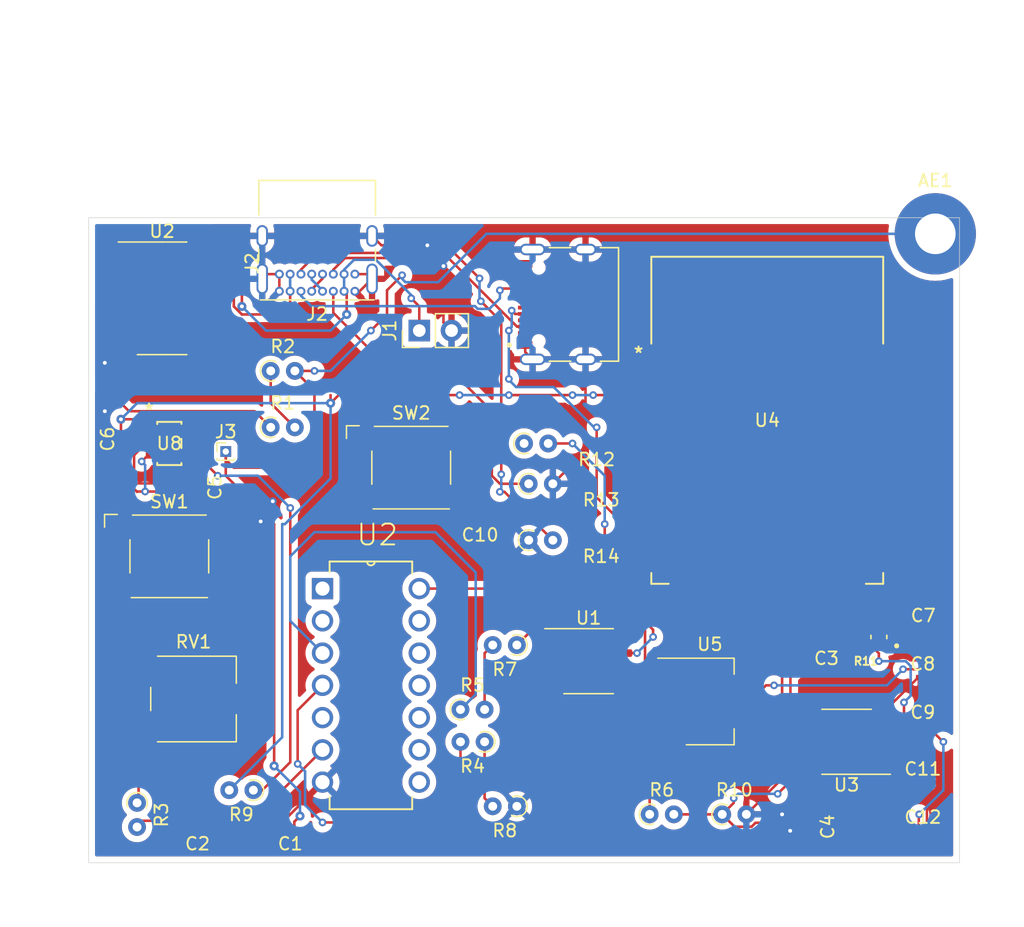
<source format=kicad_pcb>
(kicad_pcb (version 20221018) (generator pcbnew)
  (layers (0 "F.Cu" signal) (31 "B.Cu" signal) (34 "B.Paste" user) (35 "F.Paste" user) (36 "B.SilkS" user "B.Silkscreen") (37 "F.SilkS" user "F.Silkscreen") (38 "B.Mask" user) (39 "F.Mask" user) (44 "Edge.Cuts" user))
  (net 0 "")
  (net 1 "Net-(AE1-A)")
  (net 2 "GND")
  (net 3 "Net-(C2-Pad1)")
  (net 4 "Net-(U3-+)")
  (net 5 "Net-(C3-Pad2)")
  (net 6 "Net-(R1-Pad1)")
  (net 7 "Net-(R1-Pad2)")
  (net 8 "Net-(R3-Pad1)")
  (net 9 "Net-(U8-EN)")
  (net 10 "Net-(U4-3V3)")
  (net 12 "Net-(R6-Pad1)")
  (net 14 "Net-(J2-DN2)")
  (net 16 "unconnected-(J2-SBU2-PadB8)")
  (net 18 "Net-(J2-DP2)")
  (net 19 "unconnected-(J2-SBU1-PadA8)")
  (net 21 "Net-(U1-+)")
  (net 22 "Net-(R4-Pad2)")
  (net 23 "Net-(U1--)")
  (net 24 "Net-(U8-PG)")
  (net 28 "Net-(U2-Pad1)")
  (net 29 "Net-(U2-Pad5)")
  (net 31 "Net-(U3--)")
  (net 39 "+5V")
  (net 79 "Net-(J3-Pin_1)")
  (net 80 "Net-(U4-EN)")
  (net 81 "+3.3V")
  (net 82 "Net-(U4-GPIO0)")
  (net 83 "Net-(J2-CC1)")
  (net 84 "/D+")
  (net 85 "/D-")
  (net 86 "Net-(J2-CC2)")
  (footprint "Capacitor_SMD:C_0201_0603Metric" (layer "F.Cu") (at 99.695 101.255 -90)
    (fp_text reference "C5")
    (fp_text value "1uF")
  )
  (footprint "Capacitor_SMD:C_0201_0603Metric" (layer "F.Cu") (at 156.5 128.27)
    (fp_text reference "C12")
    (fp_text value "10uF")
  )
  (footprint "Capacitor_SMD:C_0201_0603Metric" (layer "F.Cu") (at 156.5 116.205)
    (fp_text reference "C8")
    (fp_text value "1uF")
  )
  (footprint "Resistor_THT:R_Axial_DIN0204_L3.6mm_D1.6mm_P1.90mm_Vertical" (layer "F.Cu") (at 124.525 126.365 180)
    (fp_text reference "R8")
    (fp_text value "10k")
  )
  (footprint "Capacitor_SMD:C_0201_0603Metric" (layer "F.Cu") (at 99.375 128.27 180)
    (fp_text reference "C2")
    (fp_text value "100pF")
  )
  (footprint "Resistor_THT:R_Axial_DIN0204_L3.6mm_D1.6mm_P1.90mm_Vertical" (layer "F.Cu") (at 120.085 118.745)
    (fp_text reference "R5")
    (fp_text value "10k")
  )
  (footprint "Capacitor_SMD:C_0201_0603Metric" (layer "F.Cu") (at 148.91 113.665 180)
    (fp_text reference "C3")
    (fp_text value "4.7uF")
  )
  (footprint "Connector_PinHeader_1.00mm:PinHeader_1x01_P1.00mm_Vertical" (layer "F.Cu") (at 101.6 98.425)
    (fp_text reference "J3")
    (fp_text value "Conn_01x01_Pin")
  )
  (footprint "Capacitor_SMD:C_0201_0603Metric" (layer "F.Cu") (at 106.68 128.27 180)
    (fp_text reference "C1")
    (fp_text value "100pF")
  )
  (footprint "Resistor_THT:R_Axial_DIN0204_L3.6mm_D1.6mm_P1.90mm_Vertical" (layer "F.Cu") (at 134.985 127)
    (fp_text reference "R6")
    (fp_text value "6.8k")
  )
  (footprint "HEF4093BP_652:DIP254P762X420-14" (layer "F.Cu") (at 116.84 124.46)
    (fp_text reference "U2")
    (fp_text value "HEF4093B")
  )
  (footprint "Potentiometer_SMD:Potentiometer_ACP_CA6-VSMD_Vertical" (layer "F.Cu") (at 99.06 117.915)
    (fp_text reference "RV1")
    (fp_text value "10k")
  )
  (footprint "MountingHole:MountingHole_3.2mm_M3_Pad" (layer "F.Cu") (at 157.48 81.28)
    (fp_text reference "AE1")
    (fp_text value "Antenna")
  )
  (footprint "Resistor_THT:R_Axial_DIN0204_L3.6mm_D1.6mm_P1.90mm_Vertical" (layer "F.Cu") (at 125.46 100.965)
    (fp_text reference "R13")
    (fp_text value "5.1 k")
  )
  (footprint "Resistor_THT:R_Axial_DIN0204_L3.6mm_D1.6mm_P1.90mm_Vertical" (layer "F.Cu") (at 140.7 127)
    (fp_text reference "R10")
    (fp_text value "R_Trim")
  )
  (footprint "Connector_PinHeader_2.54mm:PinHeader_1x02_P2.54mm_Vertical" (layer "F.Cu") (at 116.84 88.9 90)
    (fp_text reference "J1")
    (fp_text value "Conn_01x02_Pin")
  )
  (footprint "Resistor_THT:R_Axial_DIN0204_L3.6mm_D1.6mm_P1.90mm_Vertical" (layer "F.Cu") (at 103.775 125.095 180)
    (fp_text reference "R9")
    (fp_text value "100k")
  )
  (footprint "Capacitor_SMD:C_0201_0603Metric" (layer "F.Cu") (at 156.5 124.475)
    (fp_text reference "C11")
    (fp_text value "100nF")
  )
  (footprint "Package_SO:SOIC-8_3.9x4.9mm_P1.27mm" (layer "F.Cu") (at 130.175 114.935)
    (fp_text reference "U1")
    (fp_text value "AD8001AR")
  )
  (footprint "Resistor_THT:R_Axial_DIN0204_L3.6mm_D1.6mm_P1.90mm_Vertical" (layer "F.Cu") (at 121.985 121.285 180)
    (fp_text reference "R4")
    (fp_text value "10k")
  )
  (footprint "Button_Switch_SMD:SW_SPST_Omron_B3FS-100xP" (layer "F.Cu") (at 116.205 99.695)
    (fp_text reference "SW2")
    (fp_text value "Boot")
  )
  (footprint "Resistor_THT:R_Axial_DIN0204_L3.6mm_D1.6mm_P1.90mm_Vertical" (layer "F.Cu") (at 94.615 126.095 -90)
    (fp_text reference "R3")
    (fp_text value "10k")
  )
  (footprint "Connector_USB:USB_C_Receptacle_GCT_USB4085" (layer "F.Cu") (at 111.77 85.805 180)
    (fp_text reference "J2")
    (fp_text value "USB_C_Receptacle_USB2.0")
  )
  (footprint "Capacitor_SMD:C_0201_0603Metric" (layer "F.Cu") (at 156.53 112.395)
    (fp_text reference "C7")
    (fp_text value ".1uF")
  )
  (footprint "Capacitor_SMD:C_0201_0603Metric" (layer "F.Cu") (at 156.5 120.015)
    (fp_text reference "C9")
    (fp_text value ".1uF")
  )
  (footprint "Package_SO:SOIC-8_3.9x4.9mm_P1.27mm" (layer "F.Cu") (at 150.495 121.285 180)
    (fp_text reference "U3")
    (fp_text value "AD8001AR")
  )
  (footprint "Resistor_THT:R_Axial_DIN0204_L3.6mm_D1.6mm_P1.90mm_Vertical" (layer "F.Cu") (at 105.14 92.075)
    (fp_text reference "R2")
    (fp_text value "5.1k")
  )
  (footprint "Capacitor_SMD:C_0201_0603Metric" (layer "F.Cu") (at 93.345 97.445 90)
    (fp_text reference "C6")
    (fp_text value "1uF")
  )
  (footprint "Resistor_THT:R_Axial_DIN0204_L3.6mm_D1.6mm_P1.90mm_Vertical" (layer "F.Cu") (at 105.14 96.52)
    (fp_text reference "R1")
    (fp_text value "10k")
  )
  (footprint "Button_Switch_SMD:SW_SPST_Omron_B3FS-100xP" (layer "F.Cu") (at 97.155 106.68)
    (fp_text reference "SW1")
    (fp_text value "Reset")
  )
  (footprint "Package_SO:SOIC-14_3.9x8.7mm_P1.27mm" (layer "F.Cu") (at 96.585 86.36)
    (fp_text reference "U2")
    (fp_text value "HEF4093B")
  )
  (footprint "Resistor_THT:R_Axial_DIN0204_L3.6mm_D1.6mm_P1.90mm_Vertical" (layer "F.Cu") (at 125.095 97.79)
    (fp_text reference "R12")
    (fp_text value "10k")
  )
  (footprint "Resistor_THT:R_Axial_DIN0204_L3.6mm_D1.6mm_P1.90mm_Vertical" (layer "F.Cu") (at 124.525 113.665 180)
    (fp_text reference "R7")
    (fp_text value "10k")
  )
  (footprint "esp32:MOD41_ESP32-S2-SOLO_EXP" (layer "F.Cu") (at 144.245 95.965)
    (fp_text reference "U4")
    (fp_text value "ESP32-S2-SOLO-N4R2")
  )
  (footprint "Capacitor_SMD:C_0201_0603Metric" (layer "F.Cu") (at 121.63 106.045)
    (fp_text reference "C10")
    (fp_text value ".1uF")
  )
  (footprint "RM2012A-502_104-PBVW10:RESCAXE_RM2012-4N" (layer "F.Cu") (at 153.035 113.03 180)
    (fp_text reference "R11")
    (fp_text value "RM2012A-502_104-PBVW10")
  )
  (footprint "Capacitor_SMD:C_0201_0603Metric" (layer "F.Cu") (at 147.955 127.98 -90)
    (fp_text reference "C4")
    (fp_text value "C")
  )
  (footprint "NCP:FP-NCP164CSN330T1G_OSI" (layer "F.Cu") (at 97.155 97.79)
    (fp_text reference "U8")
    (fp_text value "NCP164CSN330T1G")
  )
  (footprint "TYPE-C-31-M-12:HRO_TYPE-C-31-M-12" (layer "F.Cu") (at 129.9325 86.84 90)
    (fp_text reference "J2")
    (fp_text value "TYPE-C-31-M-12")
  )
  (footprint "Resistor_THT:R_Axial_DIN0204_L3.6mm_D1.6mm_P1.90mm_Vertical" (layer "F.Cu") (at 125.46 105.41)
    (fp_text reference "R14")
    (fp_text value "5.1 k")
  )
  (footprint "Package_TO_SOT_SMD:SOT-223-3_TabPin2" (layer "F.Cu") (at 139.725 118.11)
    (fp_text reference "U5")
    (fp_text value "LD1117S33TR_SOT223")
  )
  (gr_line (start 91.44 130.81) (end 159.385 130.81) (stroke (width 0.05)) (layer "Edge.Cuts"))
  (gr_line (start 90.805 80.01) (end 90.805 102.235) (stroke (width 0.05)) (layer "Edge.Cuts"))
  (gr_line (start 90.805 102.235) (end 90.805 127) (stroke (width 0.05)) (layer "Edge.Cuts"))
  (gr_line (start 159.385 130.81) (end 159.385 80.01) (stroke (width 0.05)) (layer "Edge.Cuts"))
  (gr_line (start 90.805 127) (end 90.805 130.81) (stroke (width 0.05)) (layer "Edge.Cuts"))
  (gr_line (start 159.385 80.01) (end 90.805 80.01) (stroke (width 0.05)) (layer "Edge.Cuts"))
  (gr_line (start 91.44 130.81) (end 90.805 130.81) (stroke (width 0.05)) (layer "Edge.Cuts"))
  (segment (start 114.3 87.63) (end 113.03 88.9) (width 0.2) (layer "F.Cu") (net 1))
  (segment (start 107 128.27) (end 107 127.57732) (width 0.2032) (layer "F.Cu") (net 1))
  (segment (start 101.6 99.06) (end 101.6 98.425) (width 0.2032) (layer "F.Cu") (net 1))
  (segment (start 108.585 92.075) (end 107.04 92.075) (width 0.2) (layer "F.Cu") (net 1))
  (segment (start 102.235 99.695) (end 101.6 99.06) (width 0.2032) (layer "F.Cu") (net 1))
  (segment (start 107.04 92.075) (end 108.585 93.62) (width 0.2032) (layer "F.Cu") (net 1))
  (segment (start 114.3 85.725) (end 114.3 87.63) (width 0.2) (layer "F.Cu") (net 1))
  (segment (start 105.41 104.14) (end 101.6 100.33) (width 0.2032) (layer "F.Cu") (net 1))
  (segment (start 105.41 123.19) (end 105.41 104.14) (width 0.2032) (layer "F.Cu") (net 1))
  (segment (start 115.48724 84.53776) (end 114.3 85.725) (width 0.2) (layer "F.Cu") (net 1))
  (segment (start 107 127.57732) (end 107.44616 127.13116) (width 0.2032) (layer "F.Cu") (net 1))
  (segment (start 106.68 99.695) (end 102.235 99.695) (width 0.2032) (layer "F.Cu") (net 1))
  (segment (start 101.6 100.33) (end 101.6 98.425) (width 0.2032) (layer "F.Cu") (net 1))
  (segment (start 108.585 93.62) (end 108.585 97.79) (width 0.2032) (layer "F.Cu") (net 1))
  (segment (start 108.585 97.79) (end 106.68 99.695) (width 0.2032) (layer "F.Cu") (net 1))
  (via (at 113.03 88.9) (size 0.6) (drill 0.3) (layers "F.Cu" "B.Cu") (net 1))
  (via (at 108.585 92.075) (size 0.6) (drill 0.3) (layers "F.Cu" "B.Cu") (net 1))
  (via (at 105.41 123.19) (size 0.7112) (drill 0.3048) (layers "F.Cu" "B.Cu") (net 1))
  (via (at 107.44616 127.13116) (size 0.7112) (drill 0.3048) (layers "F.Cu" "B.Cu") (net 1))
  (via (at 115.48724 84.53776) (size 0.6) (drill 0.3) (layers "F.Cu" "B.Cu") (net 1))
  (segment (start 115.48724 84.819896) (end 115.48724 84.53776) (width 0.2) (layer "B.Cu") (net 1))
  (segment (start 107.44616 127.13116) (end 107.44616 125.22616) (width 0.2032) (layer "B.Cu") (net 1))
  (segment (start 107.44616 125.22616) (end 105.41 123.19) (width 0.2032) (layer "B.Cu") (net 1))
  (segment (start 109.855 92.075) (end 108.585 92.075) (width 0.2) (layer "B.Cu") (net 1))
  (segment (start 157.48 81.28) (end 122.133529 81.28) (width 0.2) (layer "B.Cu") (net 1))
  (segment (start 113.03 88.9) (end 109.855 92.075) (width 0.2) (layer "B.Cu") (net 1))
  (segment (start 118.323529 85.09) (end 115.757344 85.09) (width 0.2) (layer "B.Cu") (net 1))
  (segment (start 115.757344 85.09) (end 115.663672 84.996328) (width 0.2) (layer "B.Cu") (net 1))
  (segment (start 122.133529 81.28) (end 118.323529 85.09) (width 0.2) (layer "B.Cu") (net 1))
  (segment (start 115.663672 84.996328) (end 115.48724 84.819896) (width 0.2) (layer "B.Cu") (net 1))
  (segment (start 104.84 84.455) (end 104.47 84.825) (width 0.2) (layer "F.Cu") (net 2))
  (segment (start 93.155 97.955) (end 93.345 97.765) (width 0.2032) (layer "F.Cu") (net 2))
  (segment (start 156.18 120.015) (end 156.18 122.525) (width 0.2) (layer "F.Cu") (net 2))
  (segment (start 101.155 104.43) (end 101.155 104.33) (width 0.2) (layer "F.Cu") (net 2))
  (segment (start 93.155 104.43) (end 93.155 97.955) (width 0.2032) (layer "F.Cu") (net 2))
  (segment (start 137.16 113.03) (end 136.575 113.615) (width 0.2032) (layer "F.Cu") (net 2))
  (segment (start 106.36 127.32) (end 109.22 124.46) (width 0.2032) (layer "F.Cu") (net 2))
  (segment (start 92.075 91.44) (end 92.84 91.44) (width 0.2032) (layer "F.Cu") (net 2))
  (segment (start 105.938589 102.341411) (end 105.303589 102.341411) (width 0.2) (layer "F.Cu") (net 2))
  (segment (start 95.3008 97.79) (end 94.38 98.7108) (width 0.2) (layer "F.Cu") (net 2))
  (segment (start 124.525 126.365) (end 127.7 123.19) (width 0.2032) (layer "F.Cu") (net 2))
  (segment (start 120.205 101.945) (end 121.995 101.945) (width 0.2) (layer "F.Cu") (net 2))
  (segment (start 92.84 91.44) (end 94.11 90.17) (width 0.2032) (layer "F.Cu") (net 2))
  (segment (start 147.955 128.3) (end 146.0555 128.3) (width 0.2032) (layer "F.Cu") (net 2))
  (segment (start 156.82 128.27) (end 156.82 124.475) (width 0.2) (layer "F.Cu") (net 2))
  (segment (start 125.1825 90.585) (end 125.7625 91.165) (width 0.2) (layer "F.Cu") (net 2))
  (segment (start 113.8605 82.1855) (end 117.475 82.1855) (width 0.2) (layer "F.Cu") (net 2))
  (segment (start 156.82 123.215) (end 156.82 124.475) (width 0.2) (layer "F.Cu") (net 2))
  (segment (start 112.14 85.805) (end 113.12 84.825) (width 0.2) (layer "F.Cu") (net 2))
  (segment (start 142.6 127) (end 145.415 124.185) (width 0.2032) (layer "F.Cu") (net 2))
  (segment (start 106.36 128.27) (end 106.36 127.32) (width 0.2032) (layer "F.Cu") (net 2))
  (segment (start 99.055 128.27) (end 99.055 128.47) (width 0.2032) (layer "F.Cu") (net 2))
  (segment (start 101.155 104.33) (end 100.965 104.14) (width 0.2) (layer "F.Cu") (net 2))
  (segment (start 156.845 123.19) (end 156.82 123.215) (width 0.2) (layer "F.Cu") (net 2))
  (segment (start 129.9325 92.71) (end 129.9325 91.165) (width 0.2) (layer "F.Cu") (net 2))
  (segment (start 145.415 114.3) (end 144.145 113.03) (width 0.2032) (layer "F.Cu") (net 2))
  (segment (start 94.38 100.73) (end 94.585 100.935) (width 0.2) (layer "F.Cu") (net 2))
  (segment (start 105.82 84.455) (end 105.82 85.805) (width 0.2) (layer "F.Cu") (net 2))
  (segment (start 156.18 116.205) (end 156.18 120.015) (width 0.2) (layer "F.Cu") (net 2))
  (segment (start 103.85 104.43) (end 104.349957 103.930043) (width 0.2) (layer "F.Cu") (net 2))
  (segment (start 136.575 113.615) (end 136.575 115.81) (width 0.2032) (layer "F.Cu") (net 2))
  (segment (start 94.585 100.935) (end 99.695 100.935) (width 0.2) (layer "F.Cu") (net 2))
  (segment (start 127.36 100.965) (end 129.9325 98.3925) (width 0.2) (layer "F.Cu") (net 2))
  (segment (start 95.81515 97.79) (end 95.3008 97.79) (width 0.2) (layer "F.Cu") (net 2))
  (segment (start 93.155 104.43) (end 92.075 103.35) (width 0.2032) (layer "F.Cu") (net 2))
  (segment (start 153.6875 112.395) (end 153.6225 112.33) (width 0.2) (layer "F.Cu") (net 2))
  (segment (start 101.155 104.43) (end 103.85 104.43) (width 0.2) (layer "F.Cu") (net 2))
  (segment (start 118.745 88.265) (end 119.38 88.9) (width 0.2) (layer "F.Cu") (net 2))
  (segment (start 127.7 123.19) (end 127.7 116.84) (width 0.2032) (layer "F.Cu") (net 2))
  (segment (start 99.055 128.47) (end 99.3344 128.7494) (width 0.2032) (layer "F.Cu") (net 2))
  (segment (start 92.075 103.35) (end 92.075 95.25) (width 0.2032) (layer "F.Cu") (net 2))
  (segment (start 94.38 98.7108) (end 94.38 100.73) (width 0.2) (layer "F.Cu") (net 2))
  (segment (start 93.345 104.24) (end 93.155 104.43) (width 0.2032) (layer "F.Cu") (net 2))
  (segment (start 111.77 84.455) (end 112.75 84.455) (width 0.2) (layer "F.Cu") (net 2))
  (segment (start 135.495 90.705) (end 134.72 90.705) (width 0.2) (layer "F.Cu") (net 2))
  (segment (start 146.0555 128.3) (end 146.05 128.2945) (width 0.2032) (layer "F.Cu") (net 2))
  (segment (start 99.3344 128.7494) (end 105.8806 128.7494) (width 0.2032) (layer "F.Cu") (net 2))
  (segment (start 105.8806 128.7494) (end 106.36 128.27) (width 0.2032) (layer "F.Cu") (net 2))
  (segment (start 145.415 127) (end 142.6 127) (width 0.2032) (layer "F.Cu") (net 2))
  (segment (start 118.745 83.82) (end 118.745 88.265) (width 0.2) (layer "F.Cu") (net 2))
  (segment (start 129.9325 98.3925) (end 129.9325 92.71) (width 0.2) (layer "F.Cu") (net 2))
  (segment (start 112.205 101.945) (end 106.335 101.945) (width 0.2) (layer "F.Cu") (net 2))
  (segment (start 111.77 85.805) (end 112.14 85.805) (width 0.2) (layer "F.Cu") (net 2))
  (segment (start 156.145 116.205) (end 152.97 119.38) (width 0.2) (layer "F.Cu") (net 2))
  (segment (start 112.75 84.455) (end 113.12 84.825) (width 0.2) (layer "F.Cu") (net 2))
  (segment (start 156.18 122.525) (end 156.845 123.19) (width 0.2) (layer "F.Cu") (net 2))
  (segment (start 156.21 112.395) (end 153.6875 112.395) (width 0.2) (layer "F.Cu") (net 2))
  (segment (start 106.335 101.945) (end 105.938589 102.341411) (width 0.2) (layer "F.Cu") (net 2))
  (segment (start 144.145 113.03) (end 137.16 113.03) (width 0.2032) (layer "F.Cu") (net 2))
  (segment (start 134.72 90.705) (end 132.715 92.71) (width 0.2) (layer "F.Cu") (net 2))
  (segment (start 105.82 84.455) (end 104.84 84.455) (width 0.2) (layer "F.Cu") (net 2))
  (segment (start 113.12 81.445) (end 113.8605 82.1855) (width 0.2) (layer "F.Cu") (net 2))
  (segment (start 125.1825 90.04) (end 125.1825 90.585) (width 0.2) (layer "F.Cu") (net 2))
  (segment (start 156.18 116.205) (end 156.145 116.205) (width 0.2) (layer "F.Cu") (net 2))
  (segment (start 121.995 101.945) (end 125.46 105.41) (width 0.2) (layer "F.Cu") (net 2))
  (segment (start 132.715 92.71) (end 129.9325 92.71) (width 0.2) (layer "F.Cu") (net 2))
  (segment (start 145.415 124.185) (end 145.415 114.3) (width 0.2032) (layer "F.Cu") (net 2))
  (via (at 118.745 83.82) (size 0.6) (drill 0.3) (layers "F.Cu" "B.Cu") (net 2))
  (via (at 117.475 82.1855) (size 0.6) (drill 0.3) (layers "F.Cu" "B.Cu") (net 2))
  (via (at 92.075 95.25) (size 0.7112) (drill 0.3048) (layers "F.Cu" "B.Cu") (net 2))
  (via (at 92.075 91.44) (size 0.7112) (drill 0.3048) (layers "F.Cu" "B.Cu") (net 2))
  (via (at 105.303589 102.341411) (size 0.6) (drill 0.3) (layers "F.Cu" "B.Cu") (net 2))
  (via (at 146.05 128.2945) (size 0.7112) (drill 0.3048) (layers "F.Cu" "B.Cu") (net 2))
  (via (at 145.415 127) (size 0.7112) (drill 0.3048) (layers "F.Cu" "B.Cu") (net 2))
  (via (at 104.349957 103.930043) (size 0.6) (drill 0.3) (layers "F.Cu" "B.Cu") (net 2))
  (segment (start 105.303589 102.341411) (end 105.303589 102.976411) (width 0.2) (layer "B.Cu") (net 2))
  (segment (start 105.303589 102.976411) (end 104.349957 103.930043) (width 0.2) (layer "B.Cu") (net 2))
  (segment (start 117.475 82.1855) (end 117.475 83.185) (width 0.2) (layer "B.Cu") (net 2))
  (segment (start 92.075 95.25) (end 92.075 91.44) (width 0.2032) (layer "B.Cu") (net 2))
  (segment (start 125.7625 91.165) (end 129.9325 91.165) (width 0.2) (layer "B.Cu") (net 2))
  (segment (start 146.05 127.635) (end 145.415 127) (width 0.2032) (layer "B.Cu") (net 2))
  (segment (start 146.05 128.2945) (end 146.05 127.635) (width 0.2032) (layer "B.Cu") (net 2))
  (segment (start 118.11 83.82) (end 118.745 83.82) (width 0.2) (layer "B.Cu") (net 2))
  (segment (start 117.475 83.185) (end 118.11 83.82) (width 0.2) (layer "B.Cu") (net 2))
  (segment (start 95.107264 127.502736) (end 99.127736 127.502736) (width 0.2032) (layer "F.Cu") (net 3))
  (segment (start 94.615 127.995) (end 95.107264 127.502736) (width 0.2032) (layer "F.Cu") (net 3))
  (segment (start 99.695 128.07) (end 99.695 128.27) (width 0.2032) (layer "F.Cu") (net 3))
  (segment (start 99.127736 127.502736) (end 99.695 128.07) (width 0.2032) (layer "F.Cu") (net 3))
  (segment (start 99.695 128.27) (end 102.87 128.27) (width 0.2032) (layer "F.Cu") (net 3))
  (segment (start 102.87 128.27) (end 109.22 121.92) (width 0.2032) (layer "F.Cu") (net 3))
  (segment (start 148.02 120.65) (end 152.97 120.65) (width 0.2) (layer "F.Cu") (net 4))
  (segment (start 143.323276 127.66) (end 143.00898 127.974296) (width 0.2032) (layer "F.Cu") (net 5))
  (segment (start 146.0706 116.1844) (end 146.0706 124.379484) (width 0.2) (layer "F.Cu") (net 5))
  (segment (start 141.674296 127.974296) (end 140.7 127) (width 0.2032) (layer "F.Cu") (net 5))
  (segment (start 140.7 127) (end 136.885 127) (width 0.2032) (layer "F.Cu") (net 5))
  (segment (start 147.955 127.66) (end 143.323276 127.66) (width 0.2032) (layer "F.Cu") (net 5))
  (segment (start 141.605 126.095) (end 140.7 127) (width 0.2) (layer "F.Cu") (net 5))
  (segment (start 141.605 125.73) (end 141.605 126.095) (width 0.2) (layer "F.Cu") (net 5))
  (segment (start 148.59 113.665) (end 146.0706 116.1844) (width 0.2) (layer "F.Cu") (net 5))
  (segment (start 143.00898 127.974296) (end 141.674296 127.974296) (width 0.2032) (layer "F.Cu") (net 5))
  (segment (start 146.0706 124.379484) (end 145.067542 125.382542) (width 0.2) (layer "F.Cu") (net 5))
  (via (at 141.605 125.73) (size 0.6) (drill 0.3) (layers "F.Cu" "B.Cu") (net 5))
  (via (at 145.067542 125.382542) (size 0.6) (drill 0.3) (layers "F.Cu" "B.Cu") (net 5))
  (segment (start 145.067542 125.382542) (end 141.952458 125.382542) (width 0.2) (layer "B.Cu") (net 5))
  (segment (start 141.952458 125.382542) (end 141.605 125.73) (width 0.2) (layer "B.Cu") (net 5))
  (segment (start 93.98 95.25) (end 91.44 92.71) (width 0.2032) (layer "F.Cu") (net 6))
  (segment (start 91.44 86.785) (end 93.135 85.09) (width 0.2032) (layer "F.Cu") (net 6))
  (segment (start 93.135 85.09) (end 94.11 85.09) (width 0.2032) (layer "F.Cu") (net 6))
  (segment (start 91.44 92.71) (end 91.44 86.785) (width 0.2032) (layer "F.Cu") (net 6))
  (segment (start 103.87 95.25) (end 93.98 95.25) (width 0.2032) (layer "F.Cu") (net 6))
  (segment (start 105.14 96.52) (end 103.87 95.25) (width 0.2032) (layer "F.Cu") (net 6))
  (segment (start 118.11 104.775) (end 121.285 107.95) (width 0.2) (layer "B.Cu") (net 6))
  (segment (start 121.285 107.95) (end 121.285 117.545) (width 0.2) (layer "B.Cu") (net 6))
  (segment (start 106.68 106.68) (end 108.585 104.775) (width 0.2) (layer "B.Cu") (net 6))
  (segment (start 121.285 117.545) (end 120.085 118.745) (width 0.2) (layer "B.Cu") (net 6))
  (segment (start 108.585 104.775) (end 118.11 104.775) (width 0.2) (layer "B.Cu") (net 6))
  (segment (start 109.22 114.3) (end 106.68 111.76) (width 0.2) (layer "B.Cu") (net 6))
  (segment (start 106.68 111.76) (end 106.68 106.68) (width 0.2) (layer "B.Cu") (net 6))
  (segment (start 107.04 96.52) (end 105.14 94.62) (width 0.2032) (layer "F.Cu") (net 7))
  (segment (start 105.14 94.62) (end 105.14 92.075) (width 0.2032) (layer "F.Cu") (net 7))
  (segment (start 94.735 120.065) (end 94.735 125.975) (width 0.2032) (layer "F.Cu") (net 8))
  (segment (start 94.735 125.975) (end 94.615 126.095) (width 0.2032) (layer "F.Cu") (net 8))
  (segment (start 95.81515 98.7298) (end 95.457864 98.7298) (width 0.2) (layer "F.Cu") (net 9))
  (segment (start 94.615 101.6) (end 94.64 101.575) (width 0.2) (layer "F.Cu") (net 9))
  (segment (start 95.81515 96.8502) (end 95.3008 96.8502) (width 0.2) (layer "F.Cu") (net 9))
  (segment (start 93.98 98.171) (end 93.98 100.965) (width 0.2) (layer "F.Cu") (net 9))
  (segment (start 93.98 100.965) (end 94.615 101.6) (width 0.2) (layer "F.Cu") (net 9))
  (segment (start 95.457864 98.7298) (end 94.9795 99.208164) (width 0.2) (layer "F.Cu") (net 9))
  (segment (start 94.64 101.575) (end 95.25 101.575) (width 0.2) (layer "F.Cu") (net 9))
  (segment (start 95.3008 96.8502) (end 93.98 98.171) (width 0.2) (layer "F.Cu") (net 9))
  (segment (start 95.25 101.575) (end 99.695 101.575) (width 0.2) (layer "F.Cu") (net 9))
  (via (at 94.9795 99.208164) (size 0.6) (drill 0.3) (layers "F.Cu" "B.Cu") (net 9))
  (via (at 95.25 101.575) (size 0.6) (drill 0.3) (layers "F.Cu" "B.Cu") (net 9))
  (segment (start 95.25 99.478664) (end 95.25 101.575) (width 0.2) (layer "B.Cu") (net 9))
  (segment (start 94.9795 99.208164) (end 95.25 99.478664) (width 0.2) (layer "B.Cu") (net 9))
  (segment (start 132.7407 93.98) (end 130.532 93.98) (width 0.2) (layer "F.Cu") (net 10))
  (segment (start 98.49485 96.8375) (end 97.54235 95.885) (width 0.2) (layer "F.Cu") (net 10))
  (segment (start 97.54235 95.885) (end 93.345 95.885) (width 0.2) (layer "F.Cu") (net 10))
  (segment (start 128.905 93.98) (end 123.895911 93.98) (width 0.2) (layer "F.Cu") (net 10))
  (segment (start 134.7457 91.975) (end 132.7407 93.98) (width 0.2) (layer "F.Cu") (net 10))
  (segment (start 135.495 91.975) (end 134.7457 91.975) (width 0.2) (layer "F.Cu") (net 10))
  (segment (start 109.855 93.98) (end 109.855 94.615) (width 0.2032) (layer "F.Cu") (net 10))
  (segment (start 93.345 97.125) (end 93.345 95.885) (width 0.2032) (layer "F.Cu") (net 10))
  (segment (start 120.015 93.98) (end 110.49 93.98) (width 0.2) (layer "F.Cu") (net 10))
  (segment (start 110.49 93.98) (end 109.855 94.615) (width 0.2) (layer "F.Cu") (net 10))
  (via (at 120.015 93.98) (size 0.6) (drill 0.3) (layers "F.Cu" "B.Cu") (net 10))
  (via (at 123.895911 93.98) (size 0.6) (drill 0.3) (layers "F.Cu" "B.Cu") (net 10))
  (via (at 93.345 95.885) (size 0.7112) (drill 0.3048) (layers "F.Cu" "B.Cu") (net 10))
  (via (at 109.855 94.615) (size 0.7112) (drill 0.3048) (layers "F.Cu" "B.Cu") (net 10))
  (via (at 130.532 93.98) (size 0.6) (drill 0.3) (layers "F.Cu" "B.Cu") (net 10))
  (via (at 128.905 93.98) (size 0.6) (drill 0.3) (layers "F.Cu" "B.Cu") (net 10))
  (segment (start 109.855 100.543529) (end 109.855 94.615) (width 0.2) (layer "B.Cu") (net 10))
  (segment (start 106.045 104.14) (end 106.258529 104.14) (width 0.2) (layer "B.Cu") (net 10))
  (segment (start 106.045 120.925) (end 106.045 104.14) (width 0.2) (layer "B.Cu") (net 10))
  (segment (start 123.895911 93.98) (end 120.015 93.98) (width 0.2) (layer "B.Cu") (net 10))
  (segment (start 94.615 94.615) (end 93.345 95.885) (width 0.2032) (layer "B.Cu") (net 10))
  (segment (start 106.258529 104.14) (end 109.855 100.543529) (width 0.2) (layer "B.Cu") (net 10))
  (segment (start 109.855 94.615) (end 94.615 94.615) (width 0.2032) (layer "B.Cu") (net 10))
  (segment (start 101.875 125.095) (end 106.045 120.925) (width 0.2) (layer "B.Cu") (net 10))
  (segment (start 130.532 93.98) (end 128.905 93.98) (width 0.2) (layer "B.Cu") (net 10))
  (segment (start 134.62 112.395) (end 134.62 117.227736) (width 0.2032) (layer "F.Cu") (net 12))
  (segment (start 126.43 111.76) (end 133.985 111.76) (width 0.2032) (layer "F.Cu") (net 12))
  (segment (start 133.985 111.76) (end 134.62 112.395) (width 0.2032) (layer "F.Cu") (net 12))
  (segment (start 132.962264 115.57) (end 132.65 115.57) (width 0.2032) (layer "F.Cu") (net 12))
  (segment (start 134.985 127) (end 134.985 117.592736) (width 0.2032) (layer "F.Cu") (net 12))
  (segment (start 126.43 111.76) (end 124.525 113.665) (width 0.2032) (layer "F.Cu") (net 12))
  (segment (start 134.985 117.592736) (end 134.743632 117.351368) (width 0.2032) (layer "F.Cu") (net 12))
  (segment (start 134.743632 117.351368) (end 132.962264 115.57) (width 0.2032) (layer "F.Cu") (net 12))
  (segment (start 134.62 117.227736) (end 134.743632 117.351368) (width 0.2032) (layer "F.Cu") (net 12))
  (segment (start 135.495 105.945) (end 134.72 105.945) (width 0.2) (layer "F.Cu") (net 14))
  (segment (start 124.385367 87.59) (end 124.120268 87.324901) (width 0.2) (layer "F.Cu") (net 14))
  (segment (start 130.81 102.035) (end 130.81 96.52) (width 0.2) (layer "F.Cu") (net 14))
  (segment (start 134.72 105.945) (end 130.81 102.035) (width 0.2) (layer "F.Cu") (net 14))
  (segment (start 125.1825 87.59) (end 124.385367 87.59) (width 0.2) (layer "F.Cu") (net 14))
  (via (at 123.895911 88.9) (size 0.6) (drill 0.3) (layers "F.Cu" "B.Cu") (net 14))
  (via (at 123.895911 92.71) (size 0.6) (drill 0.3) (layers "F.Cu" "B.Cu") (net 14))
  (via (at 124.120268 87.324901) (size 0.6) (drill 0.3) (layers "F.Cu" "B.Cu") (net 14))
  (via (at 130.81 96.52) (size 0.6) (drill 0.3) (layers "F.Cu" "B.Cu") (net 14))
  (segment (start 127.421471 93.345) (end 124.46 93.345) (width 0.2) (layer "B.Cu") (net 14))
  (segment (start 123.825 88.9) (end 123.895911 88.9) (width 0.2) (layer "B.Cu") (net 14))
  (segment (start 123.825 92.71) (end 123.895911 92.71) (width 0.2) (layer "B.Cu") (net 14))
  (segment (start 130.596471 96.52) (end 127.421471 93.345) (width 0.2) (layer "B.Cu") (net 14))
  (segment (start 130.81 96.52) (end 130.596471 96.52) (width 0.2) (layer "B.Cu") (net 14))
  (segment (start 124.120268 87.324901) (end 124.120268 88.604732) (width 0.2) (layer "B.Cu") (net 14))
  (segment (start 124.120268 88.604732) (end 123.825 88.9) (width 0.2) (layer "B.Cu") (net 14))
  (segment (start 123.895911 88.9) (end 123.895911 92.71) (width 0.2) (layer "B.Cu") (net 14))
  (segment (start 124.46 93.345) (end 123.825 92.71) (width 0.2) (layer "B.Cu") (net 14))
  (segment (start 119.133236 83.185) (end 124.538236 88.59) (width 0.2) (layer "F.Cu") (net 16))
  (segment (start 110.07 84.455) (end 110.07 84.105) (width 0.2) (layer "F.Cu") (net 16))
  (segment (start 110.07 84.105) (end 110.99 83.185) (width 0.2) (layer "F.Cu") (net 16))
  (segment (start 124.538236 88.59) (end 125.1825 88.59) (width 0.2) (layer "F.Cu") (net 16))
  (segment (start 110.99 83.185) (end 119.133236 83.185) (width 0.2) (layer "F.Cu") (net 16))
  (segment (start 123.19 85.725) (end 123.325 85.59) (width 0.2) (layer "F.Cu") (net 19))
  (segment (start 123.325 85.59) (end 125.1825 85.59) (width 0.2) (layer "F.Cu") (net 19))
  (via (at 123.19 85.725) (size 0.6) (drill 0.3) (layers "F.Cu" "B.Cu") (net 19))
  (segment (start 107.52 86.155) (end 108.3394 86.9744) (width 0.2) (layer "B.Cu") (net 19))
  (segment (start 123.19 86.36) (end 123.19 85.725) (width 0.2) (layer "B.Cu") (net 19))
  (segment (start 121.226285 86.9744) (end 121.441678 87.189793) (width 0.2) (layer "B.Cu") (net 19))
  (segment (start 108.3394 86.9744) (end 121.226285 86.9744) (width 0.2) (layer "B.Cu") (net 19))
  (segment (start 122.360207 87.189793) (end 123.19 86.36) (width 0.2) (layer "B.Cu") (net 19))
  (segment (start 107.52 85.805) (end 107.52 86.155) (width 0.2) (layer "B.Cu") (net 19))
  (segment (start 121.441678 87.189793) (end 122.360207 87.189793) (width 0.2) (layer "B.Cu") (net 19))
  (segment (start 122.625 126.365) (end 121.985 125.725) (width 0.2032) (layer "F.Cu") (net 21))
  (segment (start 121.985 125.725) (end 121.985 121.285) (width 0.2032) (layer "F.Cu") (net 21))
  (segment (start 103.385 114.42) (end 103.385 117.915) (width 0.2032) (layer "F.Cu") (net 22))
  (segment (start 109.22 116.84) (end 107.263208 118.796792) (width 0.2) (layer "F.Cu") (net 22))
  (segment (start 103.505 114.3) (end 103.385 114.42) (width 0.2032) (layer "F.Cu") (net 22))
  (segment (start 107.263208 118.796792) (end 107.263208 123.026707) (width 0.2) (layer "F.Cu") (net 22))
  (segment (start 102.87 113.665) (end 103.505 114.3) (width 0.2032) (layer "F.Cu") (net 22))
  (segment (start 94.735 115.765) (end 94.735 114.18) (width 0.2032) (layer "F.Cu") (net 22))
  (segment (start 120.015 127) (end 119.38 127.635) (width 0.2) (layer "F.Cu") (net 22))
  (segment (start 120.085 123.12) (end 120.015 123.19) (width 0.2) (layer "F.Cu") (net 22))
  (segment (start 95.25 113.665) (end 102.87 113.665) (width 0.2032) (layer "F.Cu") (net 22))
  (segment (start 119.38 127.635) (end 109.22 127.635) (width 0.2) (layer "F.Cu") (net 22))
  (segment (start 120.085 121.285) (end 120.085 123.12) (width 0.2) (layer "F.Cu") (net 22))
  (segment (start 120.015 123.19) (end 120.015 127) (width 0.2) (layer "F.Cu") (net 22))
  (segment (start 94.735 114.18) (end 95.25 113.665) (width 0.2032) (layer "F.Cu") (net 22))
  (via (at 107.263208 123.026707) (size 0.6) (drill 0.3) (layers "F.Cu" "B.Cu") (net 22))
  (via (at 109.22 127.635) (size 0.6) (drill 0.3) (layers "F.Cu" "B.Cu") (net 22))
  (segment (start 107.84776 123.611259) (end 107.84776 126.26276) (width 0.2) (layer "B.Cu") (net 22))
  (segment (start 107.263208 123.026707) (end 107.84776 123.611259) (width 0.2) (layer "B.Cu") (net 22))
  (segment (start 107.84776 126.26276) (end 109.22 127.635) (width 0.2) (layer "B.Cu") (net 22))
  (segment (start 121.985 115.57) (end 121.985 118.745) (width 0.2) (layer "F.Cu") (net 23))
  (segment (start 125.455 115.57) (end 121.985 115.57) (width 0.2) (layer "F.Cu") (net 23))
  (segment (start 121.985 114.305) (end 121.985 115.57) (width 0.2) (layer "F.Cu") (net 23))
  (segment (start 122.625 113.665) (end 121.985 114.305) (width 0.2) (layer "F.Cu") (net 23))
  (segment (start 127.7 114.3) (end 126.725 114.3) (width 0.2) (layer "F.Cu") (net 23))
  (segment (start 126.725 114.3) (end 125.455 115.57) (width 0.2) (layer "F.Cu") (net 23))
  (segment (start 103.775 125.095) (end 104.475 125.095) (width 0.2) (layer "F.Cu") (net 24))
  (segment (start 98.49485 98.7425) (end 99.3775 98.7425) (width 0.2) (layer "F.Cu") (net 24))
  (segment (start 104.475 125.095) (end 106.68 122.89) (width 0.2) (layer "F.Cu") (net 24))
  (segment (start 99.3775 98.7425) (end 100.965 100.33) (width 0.2) (layer "F.Cu") (net 24))
  (segment (start 106.68 122.89) (end 106.68 102.87) (width 0.2) (layer "F.Cu") (net 24))
  (via (at 106.68 102.87) (size 0.6) (drill 0.3) (layers "F.Cu" "B.Cu") (net 24))
  (via (at 100.965 100.33) (size 0.6) (drill 0.3) (layers "F.Cu" "B.Cu") (net 24))
  (segment (start 106.68 102.87) (end 104.14 100.33) (width 0.2) (layer "B.Cu") (net 24))
  (segment (start 104.14 100.33) (end 100.965 100.33) (width 0.2) (layer "B.Cu") (net 24))
  (segment (start 153.035 114.3175) (end 152.4475 113.73) (width 0.2) (layer "F.Cu") (net 31))
  (segment (start 153.035 114.935) (end 153.035 114.3175) (width 0.2) (layer "F.Cu") (net 31))
  (segment (start 152.3825 113.665) (end 152.4475 113.73) (width 0.2) (layer "F.Cu") (net 31))
  (segment (start 155.013911 120.851089) (end 155.013911 118.183911) (width 0.2) (layer "F.Cu") (net 31))
  (segment (start 152.4475 112.33) (end 152.4475 113.73) (width 0.2) (layer "F.Cu") (net 31))
  (segment (start 153.945 121.92) (end 155.013911 120.851089) (width 0.2) (layer "F.Cu") (net 31))
  (segment (start 152.97 121.92) (end 153.945 121.92) (width 0.2) (layer "F.Cu") (net 31))
  (segment (start 149.23 113.665) (end 152.3825 113.665) (width 0.2) (layer "F.Cu") (net 31))
  (via (at 153.035 114.935) (size 0.6) (drill 0.3) (layers "F.Cu" "B.Cu") (net 31))
  (via (at 155.013911 118.183911) (size 0.6) (drill 0.3) (layers "F.Cu" "B.Cu") (net 31))
  (segment (start 155.013911 118.183911) (end 155.54 117.657822) (width 0.2) (layer "B.Cu") (net 31))
  (segment (start 155.54 117.657822) (end 155.54 115.321471) (width 0.2) (layer "B.Cu") (net 31))
  (segment (start 155.54 115.321471) (end 155.153529 114.935) (width 0.2) (layer "B.Cu") (net 31))
  (segment (start 155.153529 114.935) (end 153.035 114.935) (width 0.2) (layer "B.Cu") (net 31))
  (segment (start 116.84 86.995) (end 116.84 88.9) (width 0.2) (layer "F.Cu") (net 39))
  (segment (start 102.235 86.995) (end 102.87 87.63) (width 0.2032) (layer "F.Cu") (net 39))
  (segment (start 94.937736 82.55) (end 96.207736 81.28) (width 0.2032) (layer "F.Cu") (net 39))
  (segment (start 135.255 112.462052) (end 135.255 113.03) (width 0.2) (layer "F.Cu") (net 39))
  (segment (start 111.125 86.01) (end 110.92 85.805) (width 0.2032) (layer "F.Cu") (net 39))
  (segment (start 116.205 86.36) (end 116.84 86.995) (width 0.2) (layer "F.Cu") (net 39))
  (segment (start 106.045 87.63) (end 106.68 86.995) (width 0.2032) (layer "F.Cu") (net 39))
  (segment (start 99.06 82.55) (end 100.035 82.55) (width 0.2032) (layer "F.Cu") (net 39))
  (segment (start 96.207736 81.28) (end 100.33 81.28) (width 0.2032) (layer "F.Cu") (net 39))
  (segment (start 102.235 84.75) (end 102.235 86.995) (width 0.2032) (layer "F.Cu") (net 39))
  (segment (start 132.012948 109.22) (end 135.255 112.462052) (width 0.2) (layer "F.Cu") (net 39))
  (segment (start 133.985 114.3) (end 132.65 114.3) (width 0.2) (layer "F.Cu") (net 39))
  (segment (start 100.33 81.28) (end 102.87 83.82) (width 0.2032) (layer "F.Cu") (net 39))
  (segment (start 111.125 87.63) (end 111.125 86.01) (width 0.2032) (layer "F.Cu") (net 39))
  (segment (start 106.67 86.985) (end 106.67 85.805) (width 0.2032) (layer "F.Cu") (net 39))
  (segment (start 106.68 86.995) (end 106.67 86.985) (width 0.2032) (layer "F.Cu") (net 39))
  (segment (start 100.035 82.55) (end 102.235 84.75) (width 0.2032) (layer "F.Cu") (net 39))
  (segment (start 94.11 82.55) (end 94.937736 82.55) (width 0.2032) (layer "F.Cu") (net 39))
  (segment (start 102.87 87.63) (end 106.045 87.63) (width 0.2032) (layer "F.Cu") (net 39))
  (segment (start 116.84 109.22) (end 132.012948 109.22) (width 0.2) (layer "F.Cu") (net 39))
  (segment (start 102.87 83.82) (end 102.87 86.995) (width 0.2032) (layer "F.Cu") (net 39))
  (via (at 133.985 114.3) (size 0.6) (drill 0.3) (layers "F.Cu" "B.Cu") (net 39))
  (via (at 111.125 87.63) (size 0.7112) (drill 0.3048) (layers "F.Cu" "B.Cu") (net 39))
  (via (at 116.205 86.36) (size 0.6) (drill 0.3) (layers "F.Cu" "B.Cu") (net 39))
  (via (at 102.87 86.995) (size 0.7112) (drill 0.3048) (layers "F.Cu" "B.Cu") (net 39))
  (via (at 135.255 113.03) (size 0.6) (drill 0.3) (layers "F.Cu" "B.Cu") (net 39))
  (segment (start 110.92 84.455) (end 110.92 84.105) (width 0.2) (layer "B.Cu") (net 39))
  (segment (start 135.255 113.03) (end 133.985 114.3) (width 0.2) (layer "B.Cu") (net 39))
  (segment (start 109.855 88.9) (end 111.125 87.63) (width 0.2032) (layer "B.Cu") (net 39))
  (segment (start 111.698742 83.326258) (end 113.427916 83.326258) (width 0.2) (layer "B.Cu") (net 39))
  (segment (start 102.87 86.995) (end 104.775 88.9) (width 0.2032) (layer "B.Cu") (net 39))
  (segment (start 106.67 84.455) (end 106.68 84.455) (width 0.2) (layer "B.Cu") (net 39))
  (segment (start 110.92 84.105) (end 111.698742 83.326258) (width 0.2) (layer "B.Cu") (net 39))
  (segment (start 106.67 85.805) (end 106.67 84.455) (width 0.2032) (layer "B.Cu") (net 39))
  (segment (start 110.92 84.455) (end 110.92 85.805) (width 0.2) (layer "B.Cu") (net 39))
  (segment (start 104.775 88.9) (end 109.855 88.9) (width 0.2032) (layer "B.Cu") (net 39))
  (segment (start 116.205 86.103342) (end 116.205 86.36) (width 0.2) (layer "B.Cu") (net 39))
  (segment (start 113.427916 83.326258) (end 116.205 86.103342) (width 0.2) (layer "B.Cu") (net 39))
  (segment (start 101.155 109.665) (end 99.695 111.125) (width 0.2032) (layer "F.Cu") (net 80))
  (segment (start 93.155 109.665) (end 93.155 108.93) (width 0.2032) (layer "F.Cu") (net 80))
  (segment (start 99.695 111.125) (end 94.615 111.125) (width 0.2032) (layer "F.Cu") (net 80))
  (segment (start 101.155 108.93) (end 101.155 109.665) (width 0.2032) (layer "F.Cu") (net 80))
  (segment (start 126.995 97.79) (end 128.905 97.79) (width 0.2) (layer "F.Cu") (net 80))
  (segment (start 135.138634 111.78) (end 156.435 111.78) (width 0.2) (layer "F.Cu") (net 80))
  (segment (start 131.445 108.086366) (end 135.138634 111.78) (width 0.2) (layer "F.Cu") (net 80))
  (segment (start 156.435 111.78) (end 156.85 112.195) (width 0.2) (layer "F.Cu") (net 80))
  (segment (start 156.85 112.195) (end 156.85 112.395) (width 0.2) (layer "F.Cu") (net 80))
  (segment (start 131.445 104.14) (end 131.445 108.086366) (width 0.2) (layer "F.Cu") (net 80))
  (segment (start 94.615 111.125) (end 93.155 109.665) (width 0.2032) (layer "F.Cu") (net 80))
  (via (at 128.905 97.79) (size 0.6) (drill 0.3) (layers "F.Cu" "B.Cu") (net 80))
  (via (at 131.445 104.14) (size 0.6) (drill 0.3) (layers "F.Cu" "B.Cu") (net 80))
  (segment (start 131.445 100.33) (end 131.445 104.14) (width 0.2) (layer "B.Cu") (net 80))
  (segment (start 128.905 97.79) (end 131.445 100.33) (width 0.2) (layer "B.Cu") (net 80))
  (segment (start 156.82 120.015) (end 156.82 116.205) (width 0.2) (layer "F.Cu") (net 81))
  (segment (start 142.875 118.11) (end 144.145 116.84) (width 0.2) (layer "F.Cu") (net 81))
  (segment (start 158.115 121.285) (end 158.09 121.285) (width 0.2) (layer "F.Cu") (net 81))
  (segment (start 156.385 115.57) (end 156.82 116.005) (width 0.2) (layer "F.Cu") (net 81))
  (segment (start 156.18 128.27) (end 156.18 127.03) (width 0.2) (layer "F.Cu") (net 81))
  (segment (start 156.18 127.03) (end 156.21 127) (width 0.2) (layer "F.Cu") (net 81))
  (segment (start 158.09 121.285) (end 156.82 120.015) (width 0.2) (layer "F.Cu") (net 81))
  (segment (start 156.82 116.005) (end 156.82 116.205) (width 0.2) (layer "F.Cu") (net 81))
  (segment (start 144.145 116.84) (end 144.78 116.84) (width 0.2) (layer "F.Cu") (net 81))
  (segment (start 154.94 115.57) (end 156.385 115.57) (width 0.2) (layer "F.Cu") (net 81))
  (via (at 158.115 121.285) (size 0.6) (drill 0.3) (layers "F.Cu" "B.Cu") (net 81))
  (via (at 154.94 115.57) (size 0.6) (drill 0.3) (layers "F.Cu" "B.Cu") (net 81))
  (via (at 144.78 116.84) (size 0.6) (drill 0.3) (layers "F.Cu" "B.Cu") (net 81))
  (via (at 156.21 127) (size 0.6) (drill 0.3) (layers "F.Cu" "B.Cu") (net 81))
  (segment (start 144.78 116.84) (end 153.67 116.84) (width 0.2) (layer "B.Cu") (net 81))
  (segment (start 158.115 125.095) (end 158.115 121.285) (width 0.2) (layer "B.Cu") (net 81))
  (segment (start 153.67 116.84) (end 154.94 115.57) (width 0.2) (layer "B.Cu") (net 81))
  (segment (start 156.21 127) (end 158.115 125.095) (width 0.2) (layer "B.Cu") (net 81))
  (segment (start 120.205 97.445) (end 112.205 97.445) (width 0.2) (layer "F.Cu") (net 82))
  (segment (start 122.555 95.25) (end 122.555 100.33) (width 0.2) (layer "F.Cu") (net 83))
  (segment (start 115.277841 92.71) (end 120.015 92.71) (width 0.2) (layer "F.Cu") (net 83))
  (segment (start 123.19 100.965) (end 125.46 100.965) (width 0.2) (layer "F.Cu") (net 83))
  (segment (start 122.555 100.33) (end 123.19 100.965) (width 0.2) (layer "F.Cu") (net 83))
  (segment (start 110.07 87.502159) (end 115.277841 92.71) (width 0.2) (layer "F.Cu") (net 83))
  (segment (start 110.07 85.805) (end 110.07 87.502159) (width 0.2) (layer "F.Cu") (net 83))
  (segment (start 120.015 92.71) (end 122.555 95.25) (width 0.2) (layer "F.Cu") (net 83))
  (segment (start 109.22 85.741854) (end 109.22 85.805) (width 0.2) (layer "B.Cu") (net 84))
  (segment (start 108.37 84.455) (end 108.37 84.891854) (width 0.2) (layer "B.Cu") (net 84))
  (segment (start 108.37 84.891854) (end 109.22 85.741854) (width 0.2) (layer "B.Cu") (net 84))
  (segment (start 109.22 84.455) (end 109.22 84.805) (width 0.2) (layer "F.Cu") (net 85))
  (segment (start 109.22 84.805) (end 108.37 85.655) (width 0.2) (layer "F.Cu") (net 85))
  (segment (start 108.37 85.655) (end 108.37 85.805) (width 0.2) (layer "F.Cu") (net 85))
  (segment (start 108.37 85.655) (end 108.37 85.805) (width 0.2) (layer "B.Cu") (net 85))
  (segment (start 123.55 101.6) (end 127.36 105.41) (width 0.2) (layer "F.Cu") (net 86))
  (segment (start 123.19 101.6) (end 123.55 101.6) (width 0.2) (layer "F.Cu") (net 86))
  (segment (start 107.52 84.455) (end 107.52 84.105) (width 0.2) (layer "F.Cu") (net 86))
  (segment (start 107.52 84.105) (end 108.84 82.785) (width 0.2) (layer "F.Cu") (net 86))
  (segment (start 108.84 82.785) (end 119.581058 82.785) (width 0.2) (layer "F.Cu") (net 86))
  (segment (start 121.690207 86.589793) (end 123.296411 88.195997) (width 0.2) (layer "F.Cu") (net 86))
  (segment (start 123.296411 88.195997) (end 123.296411 100.223589) (width 0.2) (layer "F.Cu") (net 86))
  (segment (start 119.581058 82.785) (end 121.585529 84.789471) (width 0.2) (layer "F.Cu") (net 86))
  (via (at 123.19 101.6) (size 0.6) (drill 0.3) (layers "F.Cu" "B.Cu") (net 86))
  (via (at 123.296411 100.223589) (size 0.6) (drill 0.3) (layers "F.Cu" "B.Cu") (net 86))
  (via (at 121.690207 86.589793) (size 0.6) (drill 0.3) (layers "F.Cu" "B.Cu") (net 86))
  (via (at 121.585529 84.789471) (size 0.6) (drill 0.3) (layers "F.Cu" "B.Cu") (net 86))
  (segment (start 123.296411 101.493589) (end 123.19 101.6) (width 0.2) (layer "B.Cu") (net 86))
  (segment (start 121.585529 86.485115) (end 121.690207 86.589793) (width 0.2) (layer "B.Cu") (net 86))
  (segment (start 123.296411 100.223589) (end 123.296411 101.493589) (width 0.2) (layer "B.Cu") (net 86))
  (segment (start 121.585529 84.789471) (end 121.585529 86.485115) (width 0.2) (layer "B.Cu") (net 86))
  (zone (net 2) (net_name "GND") (layers "F&B.Cu") (priority 2) (connect_pads (clearance 0.5)) (min_thickness 0.25) (fill yes (thermal_gap 0.5) (thermal_bridge_width 0.5))
    (polygon (pts (xy 164.465 76.2) (xy 83.82 76.2) (xy 83.82 134.62) (xy 85.09 135.89) (xy 161.925 135.89) (xy 164.465 133.35)))
  )
)
</source>
